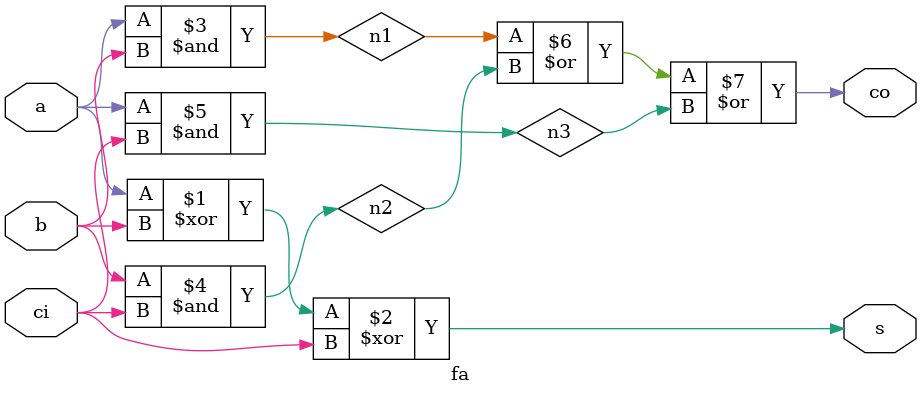
<source format=v>
module fa(s,co,a,b,ci);
    output s,co;
    input a,b,ci;
    xor u1(s,a,b,ci);
    and u2(n1,a,b);
    and u3(n2,b,ci);
    and u4(n3,a,ci);
    or u5(co,n1,n2,n3);
endmodule
</source>
